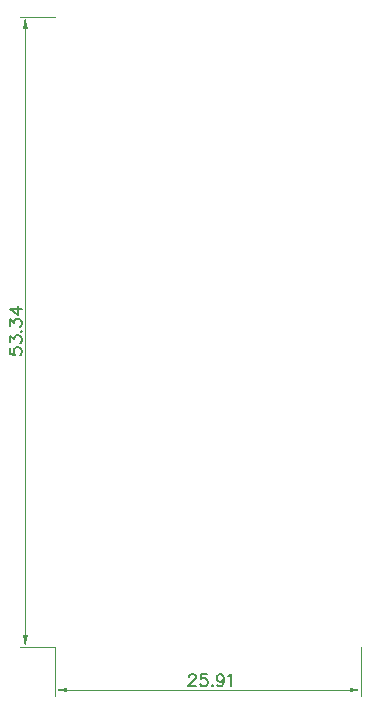
<source format=gbr>
G04 DipTrace Beta 2.9.0.1*
G04 TopDimension.gbr*
%MOMM*%
G04 #@! TF.FileFunction,Drawing,Top*
G04 #@! TF.Part,Single*
%ADD13C,0.035*%
%ADD91C,0.15686*%
%FSLAX35Y35*%
G04*
G71*
G90*
G75*
G01*
G04 TopDimension*
%LPD*%
D13*
X0Y-415373D1*
X2590800Y0D2*
Y-415373D1*
X1295400Y-365373D2*
X100000D1*
G36*
X0D2*
X100000Y-345373D1*
Y-385373D1*
X0Y-365373D1*
G37*
X1295400D2*
D13*
X2490800D1*
G36*
X2590800D2*
X2490800Y-385373D1*
Y-345373D1*
X2590800Y-365373D1*
G37*
X0Y5334000D2*
D13*
X-304000D1*
X0Y0D2*
X-304000D1*
X-254000Y2667000D2*
Y5234000D1*
G36*
Y5334000D2*
X-234000Y5234000D1*
X-274000D1*
X-254000Y5334000D1*
G37*
Y2667000D2*
D13*
Y100000D1*
G36*
Y0D2*
X-274000Y100000D1*
X-234000D1*
X-254000Y0D1*
G37*
X1128696Y-256641D2*
D91*
Y-251812D1*
X1133525Y-242041D1*
X1138354Y-237212D1*
X1148125Y-232383D1*
X1167554D1*
X1177213Y-237212D1*
X1182042Y-242041D1*
X1186983Y-251812D1*
Y-261470D1*
X1182042Y-271241D1*
X1172383Y-285729D1*
X1123754Y-334358D1*
X1191813D1*
X1281473Y-232383D2*
X1232956D1*
X1228127Y-276070D1*
X1232956Y-271241D1*
X1247556Y-266300D1*
X1262044D1*
X1276644Y-271241D1*
X1286414Y-280900D1*
X1291244Y-295500D1*
Y-305158D1*
X1286414Y-319758D1*
X1276644Y-329529D1*
X1262044Y-334358D1*
X1247556D1*
X1232956Y-329529D1*
X1228127Y-324587D1*
X1223185Y-314929D1*
X1327445Y-324587D2*
X1322616Y-329529D1*
X1327445Y-334358D1*
X1332387Y-329529D1*
X1327445Y-324587D1*
X1426989Y-266300D2*
X1422047Y-280900D1*
X1412389Y-290670D1*
X1397789Y-295500D1*
X1392960D1*
X1378360Y-290670D1*
X1368701Y-280900D1*
X1363760Y-266300D1*
Y-261470D1*
X1368701Y-246870D1*
X1378360Y-237212D1*
X1392960Y-232383D1*
X1397789D1*
X1412389Y-237212D1*
X1422047Y-246870D1*
X1426989Y-266300D1*
Y-290670D1*
X1422047Y-314929D1*
X1412389Y-329529D1*
X1397789Y-334358D1*
X1388130D1*
X1373530Y-329529D1*
X1368701Y-319758D1*
X1458361Y-251812D2*
X1468132Y-246870D1*
X1482732Y-232383D1*
Y-334358D1*
X-386991Y2526969D2*
Y2478452D1*
X-343303Y2473623D1*
X-348132Y2478452D1*
X-353074Y2493052D1*
Y2507540D1*
X-348132Y2522140D1*
X-338474Y2531910D1*
X-323874Y2536740D1*
X-314215D1*
X-299615Y2531910D1*
X-289845Y2522140D1*
X-285015Y2507540D1*
Y2493052D1*
X-289845Y2478452D1*
X-294786Y2473623D1*
X-304445Y2468681D1*
X-386991Y2577883D2*
Y2631229D1*
X-348132Y2602141D1*
Y2616741D1*
X-343303Y2626400D1*
X-338474Y2631229D1*
X-323874Y2636171D1*
X-314215D1*
X-299615Y2631229D1*
X-289845Y2621571D1*
X-285015Y2606971D1*
Y2592371D1*
X-289845Y2577883D1*
X-294786Y2573054D1*
X-304445Y2568112D1*
X-294786Y2672372D2*
X-289845Y2667543D1*
X-285015Y2672372D1*
X-289845Y2677314D1*
X-294786Y2672372D1*
X-386991Y2718457D2*
Y2771803D1*
X-348132Y2742716D1*
Y2757316D1*
X-343303Y2766974D1*
X-338474Y2771803D1*
X-323874Y2776745D1*
X-314215D1*
X-299615Y2771803D1*
X-289845Y2762145D1*
X-285015Y2747545D1*
Y2732945D1*
X-289845Y2718457D1*
X-294786Y2713628D1*
X-304445Y2708686D1*
X-285015Y2856747D2*
X-386991D1*
X-319045Y2808117D1*
Y2881005D1*
M02*

</source>
